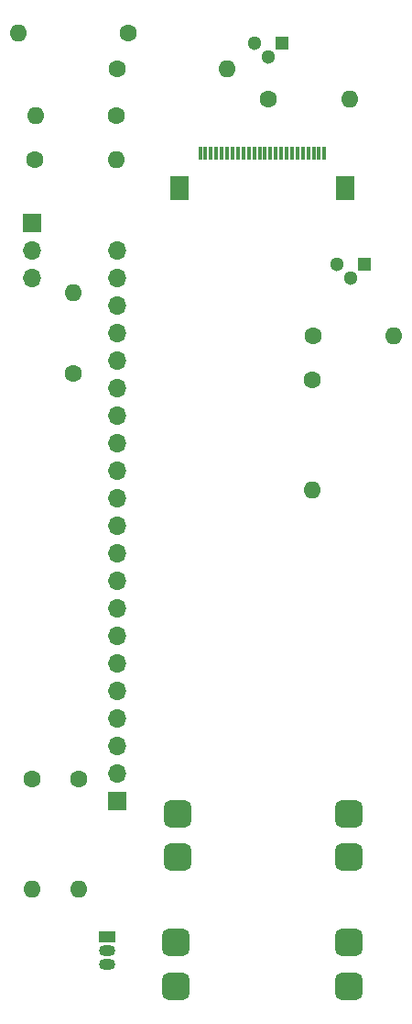
<source format=gts>
G04 #@! TF.GenerationSoftware,KiCad,Pcbnew,(6.0.7)*
G04 #@! TF.CreationDate,2023-02-03T15:20:41+01:00*
G04 #@! TF.ProjectId,vogelhuisje_camera_board,766f6765-6c68-4756-9973-6a655f63616d,rev?*
G04 #@! TF.SameCoordinates,Original*
G04 #@! TF.FileFunction,Soldermask,Top*
G04 #@! TF.FilePolarity,Negative*
%FSLAX46Y46*%
G04 Gerber Fmt 4.6, Leading zero omitted, Abs format (unit mm)*
G04 Created by KiCad (PCBNEW (6.0.7)) date 2023-02-03 15:20:41*
%MOMM*%
%LPD*%
G01*
G04 APERTURE LIST*
G04 Aperture macros list*
%AMRoundRect*
0 Rectangle with rounded corners*
0 $1 Rounding radius*
0 $2 $3 $4 $5 $6 $7 $8 $9 X,Y pos of 4 corners*
0 Add a 4 corners polygon primitive as box body*
4,1,4,$2,$3,$4,$5,$6,$7,$8,$9,$2,$3,0*
0 Add four circle primitives for the rounded corners*
1,1,$1+$1,$2,$3*
1,1,$1+$1,$4,$5*
1,1,$1+$1,$6,$7*
1,1,$1+$1,$8,$9*
0 Add four rect primitives between the rounded corners*
20,1,$1+$1,$2,$3,$4,$5,0*
20,1,$1+$1,$4,$5,$6,$7,0*
20,1,$1+$1,$6,$7,$8,$9,0*
20,1,$1+$1,$8,$9,$2,$3,0*%
G04 Aperture macros list end*
%ADD10RoundRect,0.625000X0.675000X0.625000X-0.675000X0.625000X-0.675000X-0.625000X0.675000X-0.625000X0*%
%ADD11C,1.600000*%
%ADD12O,1.600000X1.600000*%
%ADD13R,1.500000X1.050000*%
%ADD14O,1.500000X1.050000*%
%ADD15R,0.300000X1.300000*%
%ADD16R,1.800000X2.200000*%
%ADD17R,1.700000X1.700000*%
%ADD18O,1.700000X1.700000*%
%ADD19R,1.300000X1.300000*%
%ADD20C,1.300000*%
G04 APERTURE END LIST*
D10*
X123000000Y-147900000D03*
X123000000Y-143900000D03*
D11*
X102616000Y-59944000D03*
D12*
X92456000Y-59944000D03*
D13*
X100642000Y-143326000D03*
D14*
X100642000Y-144596000D03*
X100642000Y-145866000D03*
D10*
X107200000Y-136000000D03*
X107200000Y-132000000D03*
D15*
X109250000Y-71050000D03*
X109750000Y-71050000D03*
X110250000Y-71050000D03*
X110750000Y-71050000D03*
X111250000Y-71050000D03*
X111750000Y-71050000D03*
X112250000Y-71050000D03*
X112750000Y-71050000D03*
X113250000Y-71050000D03*
X113750000Y-71050000D03*
X114250000Y-71050000D03*
X114750000Y-71050000D03*
X115250000Y-71050000D03*
X115750000Y-71050000D03*
X116250000Y-71050000D03*
X116750000Y-71050000D03*
X117250000Y-71050000D03*
X117750000Y-71050000D03*
X118250000Y-71050000D03*
X118750000Y-71050000D03*
X119250000Y-71050000D03*
X119750000Y-71050000D03*
X120250000Y-71050000D03*
X120750000Y-71050000D03*
D16*
X107350000Y-74300000D03*
X122650000Y-74300000D03*
D11*
X119694000Y-87884000D03*
D12*
X127194000Y-87884000D03*
D11*
X119634000Y-91948000D03*
D12*
X119634000Y-102108000D03*
D17*
X101600000Y-130810000D03*
D18*
X101600000Y-128270000D03*
X101600000Y-125730000D03*
X101600000Y-123190000D03*
X101600000Y-120650000D03*
X101600000Y-118110000D03*
X101600000Y-115570000D03*
X101600000Y-113030000D03*
X101600000Y-110490000D03*
X101600000Y-107950000D03*
X101600000Y-105410000D03*
X101600000Y-102870000D03*
X101600000Y-100330000D03*
X101600000Y-97790000D03*
X101600000Y-95250000D03*
X101600000Y-92710000D03*
X101600000Y-90170000D03*
X101600000Y-87630000D03*
X101600000Y-85090000D03*
X101600000Y-82550000D03*
X101600000Y-80010000D03*
D19*
X116840000Y-60854000D03*
D20*
X115570000Y-62124000D03*
X114300000Y-60854000D03*
D11*
X101540000Y-67564000D03*
D12*
X94040000Y-67564000D03*
D10*
X123000000Y-136000000D03*
X123000000Y-132000000D03*
D11*
X93980000Y-71628000D03*
D12*
X101480000Y-71628000D03*
D11*
X93726000Y-128778000D03*
D12*
X93726000Y-138938000D03*
D11*
X101600000Y-63246000D03*
D12*
X111760000Y-63246000D03*
D10*
X107000000Y-147900000D03*
X107000000Y-143900000D03*
D11*
X97536000Y-91380000D03*
D12*
X97536000Y-83880000D03*
D11*
X98044000Y-128778000D03*
D12*
X98044000Y-138938000D03*
D17*
X93726000Y-77485000D03*
D18*
X93726000Y-80025000D03*
X93726000Y-82565000D03*
D11*
X115570000Y-66040000D03*
D12*
X123070000Y-66040000D03*
D19*
X124460000Y-81280000D03*
D20*
X123190000Y-82550000D03*
X121920000Y-81280000D03*
M02*

</source>
